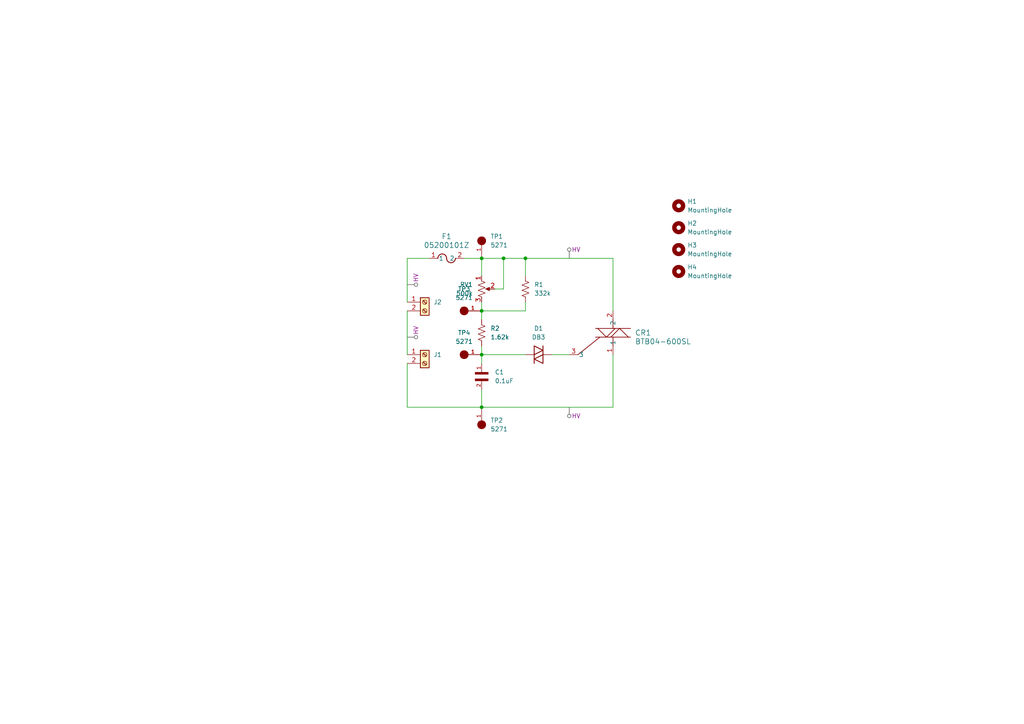
<source format=kicad_sch>
(kicad_sch (version 20250114) (generator "eeschema") (generator_version "9.0")
  (paper "A4")
  (title_block (title "TRIAC Dimmer") (rev "A"))
  (lib_symbols
    (symbol "05200101Z:05200101Z" (pin_names (offset 0.254))
      (property "Reference" "F" (at 5.08 3.175 0))
      (property "Value" "05200101Z" (at 5.08 -3.175 0))
      (symbol "05200101Z_1_1"
        (arc (start 2.54 0) (mid 3.81 1.2645) (end 5.08 0) (stroke (width 0.254)))
        (arc (start 7.62 0) (mid 6.35 -1.2645) (end 5.08 0) (stroke (width 0.254)))
        (pin unspecified line (at 0 0 0) (length 2.54) (name "1") (number "1"))
        (pin unspecified line (at 10.16 0 180) (length 2.54) (name "2") (number "2"))
      )
      (symbol "05200101Z_1_2"
        (arc (start 0 7.62) (mid 1.2645 6.35) (end 0 5.08) (stroke (width 0.254)))
        (arc (start 0 2.54) (mid -1.2645 3.81) (end 0 5.08) (stroke (width 0.254)))
        (pin unspecified line (at 0 10.16 270) (length 2.54) (name "2") (number "2"))
        (pin unspecified line (at 0 0 90) (length 2.54) (name "1") (number "1"))
      )
    )
    (symbol "5271:5271" (pin_names (offset 1.016))
      (property "Reference" "TP" (at -2.5444 2.5415 0))
      (property "Value" "5271" (at -2.55 -5.0866 0))
      (symbol "5271_0_0"
        (circle (center 0 0) (radius 0.635) (stroke (width 1.27)))
        (pin passive line (at -5.08 0 0) (length 5.08) (name "~") (number "1"))
      )
    )
    (symbol "B32672L6104K000:B32672L6104K000" (pin_names (offset 1.016))
      (property "Reference" "C" (at 0 3.8109 0))
      (property "Value" "B32672L6104K000" (at 0 -5.0885 0))
      (symbol "B32672L6104K000_0_0"
        (rectangle (start 0 -1.9069) (end 0.635 1.905) (stroke (width 0.1)) (fill (type outline)))
        (rectangle (start 1.9069 -1.9069) (end 2.54 1.905) (stroke (width 0.1)) (fill (type outline)))
        (pin passive line (at -2.54 0 0) (length 2.54) (name "~") (number "1"))
        (pin passive line (at 5.08 0 180) (length 2.54) (name "~") (number "2"))
      )
    )
    (symbol "BTB04-600SL:BTB04-600SL" (pin_names (offset 0.254))
      (property "Reference" "CR" (at 6.985 8.255 0))
      (property "Value" "BTB04-600SL" (at 6.985 4.445 0))
      (symbol "BTB04-600SL_0_1"
        (polyline (pts (xy -10.16 0) (xy -3.81 5.08)) (stroke (width 0.2032)))
        (polyline (pts (xy -5.08 7.62) (xy 0 7.62)) (stroke (width 0.2032)))
        (polyline (pts (xy -5.08 5.08) (xy 0 5.08)) (stroke (width 0.2032)))
        (polyline (pts (xy -4.445 7.62) (xy -1.905 5.08)) (stroke (width 0.2032)))
        (polyline (pts (xy -0.635 5.08) (xy 1.905 7.62)) (stroke (width 0.2032)))
        (polyline (pts (xy 0 10.16) (xy 0 7.62)) (stroke (width 0.2032)))
        (polyline (pts (xy 0 7.62) (xy 5.08 7.62)) (stroke (width 0.2032)))
        (polyline (pts (xy 0 5.08) (xy 5.08 5.08)) (stroke (width 0.2032)))
        (polyline (pts (xy 0 2.54) (xy 0 5.08)) (stroke (width 0.2032)))
        (polyline (pts (xy 0.635 7.62) (xy -1.905 5.08)) (stroke (width 0.2032)))
        (polyline (pts (xy 4.445 5.08) (xy 1.905 7.62)) (stroke (width 0.2032)))
        (pin unspecified line (at -12.7 0 0) (length 2.54) (name "3") (number "3"))
        (pin unspecified line (at 0 12.7 270) (length 2.54) (name "2") (number "2"))
        (pin unspecified line (at 0 0 90) (length 2.54) (name "1") (number "1"))
      )
    )
    (symbol "Connector:Screw_Terminal_01x02" (pin_names (offset 1.016) (hide yes))
      (property "Reference" "J" (at 0 2.54 0))
      (property "Value" "Screw_Terminal_01x02" (at 0 -5.08 0))
      (symbol "Screw_Terminal_01x02_1_1"
        (rectangle (start -1.27 1.27) (end 1.27 -3.81) (stroke (width 0.254)) (fill (type background)))
        (polyline (pts (xy -0.5334 0.3302) (xy 0.3302 -0.508)) (stroke (width 0.1524)))
        (polyline (pts (xy -0.5334 -2.2098) (xy 0.3302 -3.048)) (stroke (width 0.1524)))
        (polyline (pts (xy -0.3556 0.508) (xy 0.508 -0.3302)) (stroke (width 0.1524)))
        (polyline (pts (xy -0.3556 -2.032) (xy 0.508 -2.8702)) (stroke (width 0.1524)))
        (circle (center 0 0) (radius 0.635) (stroke (width 0.1524)))
        (circle (center 0 -2.54) (radius 0.635) (stroke (width 0.1524)))
        (pin passive line (at -5.08 0 0) (length 3.81) (name "Pin_1") (number "1"))
        (pin passive line (at -5.08 -2.54 0) (length 3.81) (name "Pin_2") (number "2"))
      )
    )
    (symbol "Device:R_Potentiometer_US" (pin_names (offset 1.016) (hide yes))
      (property "Reference" "RV" (at -4.445 0 90))
      (property "Value" "R_Potentiometer_US" (at -2.54 0 90))
      (symbol "R_Potentiometer_US_0_1"
        (polyline (pts (xy 0 2.54) (xy 0 2.286)))
        (polyline (pts (xy 0 2.286) (xy 1.016 1.905) (xy 0 1.524) (xy -1.016 1.143) (xy 0 0.762)))
        (polyline (pts (xy 0 0.762) (xy 1.016 0.381) (xy 0 0) (xy -1.016 -0.381) (xy 0 -0.762)))
        (polyline (pts (xy 0 -0.762) (xy 1.016 -1.143) (xy 0 -1.524) (xy -1.016 -1.905) (xy 0 -2.286)))
        (polyline (pts (xy 0 -2.286) (xy 0 -2.54)))
        (polyline (pts (xy 1.143 0) (xy 2.286 0.508) (xy 2.286 -0.508) (xy 1.143 0)) (fill (type outline)))
        (polyline (pts (xy 2.54 0) (xy 1.524 0)))
      )
      (symbol "R_Potentiometer_US_1_1"
        (pin passive line (at 0 3.81 270) (length 1.27) (name "1") (number "1"))
        (pin passive line (at 0 -3.81 90) (length 1.27) (name "3") (number "3"))
        (pin passive line (at 3.81 0 180) (length 1.27) (name "2") (number "2"))
      )
    )
    (symbol "Device:R_US" (pin_numbers (hide yes)) (pin_names (offset 0))
      (property "Reference" "R" (at 2.54 0 90))
      (property "Value" "R_US" (at -2.54 0 90))
      (symbol "R_US_0_1"
        (polyline (pts (xy 0 2.286) (xy 0 2.54)))
        (polyline (pts (xy 0 2.286) (xy 1.016 1.905) (xy 0 1.524) (xy -1.016 1.143) (xy 0 0.762)))
        (polyline (pts (xy 0 0.762) (xy 1.016 0.381) (xy 0 0) (xy -1.016 -0.381) (xy 0 -0.762)))
        (polyline (pts (xy 0 -0.762) (xy 1.016 -1.143) (xy 0 -1.524) (xy -1.016 -1.905) (xy 0 -2.286)))
        (polyline (pts (xy 0 -2.286) (xy 0 -2.54)))
      )
      (symbol "R_US_1_1"
        (pin passive line (at 0 3.81 270) (length 1.27) (name "~") (number "1"))
        (pin passive line (at 0 -3.81 90) (length 1.27) (name "~") (number "2"))
      )
    )
    (symbol "Diode:DB3" (pin_numbers (hide yes)) (pin_names (offset 1.016) (hide yes))
      (property "Reference" "D" (at 0 3.81 0))
      (property "Value" "DB3" (at 0 -3.81 0))
      (symbol "DB3_0_1"
        (polyline (pts (xy -1.27 2.54) (xy -1.27 0) (xy 1.27 1.27) (xy -1.27 2.54)) (stroke (width 0.254)))
        (polyline (pts (xy -1.27 0) (xy -1.27 -2.54)) (stroke (width 0.254)))
        (polyline (pts (xy 1.27 2.54) (xy 1.27 0)) (stroke (width 0.254)))
        (polyline (pts (xy 1.27 0) (xy 1.27 -2.54) (xy -1.27 -1.27) (xy 1.27 0)) (stroke (width 0.254)))
      )
      (symbol "DB3_1_1"
        (pin passive line (at -3.81 0 0) (length 2.54) (name "K") (number "1"))
        (pin passive line (at 3.81 0 180) (length 2.54) (name "A") (number "2"))
      )
    )
    (symbol "Mechanical:MountingHole" (pin_names (offset 1.016)) (in_bom no)
      (property "Reference" "H" (at 0 5.08 0))
      (property "Value" "MountingHole" (at 0 3.175 0))
      (symbol "MountingHole_0_1"
        (circle (center 0 0) (radius 1.27) (stroke (width 1.27)))
      )
    )
  )
  (junction (at 139.7 74.93))
  (junction (at 139.7 102.87))
  (junction (at 152.4 74.93))
  (junction (at 139.7 118.11))
  (junction (at 146.05 74.93))
  (junction (at 139.7 90.17))
  (wire (pts (xy 139.7 113.03) (xy 139.7 118.11)))
  (wire (pts (xy 143.51 83.82) (xy 146.05 83.82)))
  (wire (pts (xy 139.7 100.33) (xy 139.7 102.87)))
  (wire (pts (xy 152.4 74.93) (xy 177.8 74.93)))
  (wire (pts (xy 139.7 90.17) (xy 139.7 92.71)))
  (wire (pts (xy 139.7 102.87) (xy 139.7 105.41)))
  (wire (pts (xy 139.7 102.87) (xy 152.4 102.87)))
  (wire (pts (xy 177.8 74.93) (xy 177.8 90.17)))
  (wire (pts (xy 139.7 74.93) (xy 146.05 74.93)))
  (wire (pts (xy 118.11 118.11) (xy 118.11 105.41)))
  (wire (pts (xy 160.02 102.87) (xy 165.1 102.87)))
  (wire (pts (xy 146.05 83.82) (xy 146.05 74.93)))
  (wire (pts (xy 139.7 74.93) (xy 139.7 80.01)))
  (wire (pts (xy 152.4 90.17) (xy 139.7 90.17)))
  (wire (pts (xy 139.7 87.63) (xy 139.7 90.17)))
  (wire (pts (xy 177.8 102.87) (xy 177.8 118.11)))
  (wire (pts (xy 146.05 74.93) (xy 152.4 74.93)))
  (wire (pts (xy 134.62 74.93) (xy 139.7 74.93)))
  (wire (pts (xy 118.11 90.17) (xy 118.11 102.87)))
  (wire (pts (xy 152.4 87.63) (xy 152.4 90.17)))
  (wire (pts (xy 118.11 74.93) (xy 118.11 87.63)))
  (wire (pts (xy 139.7 118.11) (xy 177.8 118.11)))
  (wire (pts (xy 152.4 74.93) (xy 152.4 80.01)))
  (wire (pts (xy 118.11 118.11) (xy 139.7 118.11)))
  (wire (pts (xy 118.11 74.93) (xy 124.46 74.93)))
  (netclass_flag "" (length 2.54) (shape round) (at 165.1 118.11 180) (property "Netclass" "HV" (at 165.7985 120.65 0) (effects (justify left))))
  (netclass_flag "" (length 2.54) (shape round) (at 118.11 82.55 270) (property "Netclass" "HV" (at 120.65 81.8515 90) (effects (justify left))))
  (netclass_flag "" (length 2.54) (shape round) (at 165.1 74.93 0) (property "Netclass" "HV" (at 165.7985 72.39 0) (effects (justify left))))
  (netclass_flag "" (length 2.54) (shape round) (at 118.11 97.79 270) (property "Netclass" "HV" (at 120.65 97.0915 90) (effects (justify left))))
  (symbol (lib_id "Device:R_US") (at 139.7 96.52 0) (unit 1)
    (property "Reference" "R2" (at 142.24 95.2499 0) (effects (justify left)))
    (property "Value" "1.62k" (at 142.24 97.7899 0) (effects (justify left)))
    (property "Footprint" "Resistor_THT:R_Axial_DIN0207_L6.3mm_D2.5mm_P7.62mm_Horizontal" (effects (hide yes)))
    (property "Description" "Resistor, US symbol" (effects (hide yes)))
  )
  (symbol (lib_id "Connector:Screw_Terminal_01x02") (at 123.19 102.87 0) (unit 1)
    (property "Reference" "J1" (at 125.73 102.8699 0) (effects (justify left)))
    (property "Value" "Screw_Terminal_01x02" (effects (hide yes)))
    (property "Footprint" "TerminalBlock_Phoenix:TerminalBlock_Phoenix_MKDS-1,5-2-5.08_1x02_P5.08mm_Horizontal" (effects (hide yes)))
    (property "Description" "Generic screw terminal, single row, 01x02, script generated (kicad-library-utils/schlib/autogen/connector/)" (effects (hide yes)))
  )
  (symbol (lib_id "Mechanical:MountingHole") (at 196.85 72.39 0) (unit 1) (in_bom no)
    (property "Reference" "H3" (at 199.39 71.1199 0) (effects (justify left)))
    (property "Value" "MountingHole" (at 199.39 73.6599 0) (effects (justify left)))
    (property "Footprint" "MountingHole:MountingHole_3.2mm_M3" (effects (hide yes)))
    (property "Description" "Mounting Hole without connection" (effects (hide yes)))
  )
  (symbol (lib_id "Diode:DB3") (at 156.21 102.87 0) (unit 1)
    (property "Reference" "D1" (at 156.21 95.25 0))
    (property "Value" "DB3" (at 156.21 97.79 0))
    (property "Footprint" "Diode_THT:D_DO-35_SOD27_P7.62mm_Horizontal" (effects (hide yes)))
    (property "Datasheet" "http://cdn-reichelt.de/documents/datenblatt/A100/DB%203%23st.pdf" (effects (hide yes)))
    (property "Description" "32V 2A Bidirectional trigger diode, DO-35" (effects (hide yes)))
  )
  (symbol (lib_id "5271:5271") (at 134.62 90.17 180) (unit 1)
    (property "Reference" "TP3" (at 134.62 83.82 0))
    (property "Value" "5271" (at 134.62 86.36 0))
    (property "Footprint" "KEYSTONE_5271:KEYSTONE_5271" (effects (hide yes)))
    (property "STANDARD" "Manufacturer Recommendations" (effects (hide yes)))
    (property "SNAPEDA_PN" "5270" (effects (hide yes)))
    (property "MAXIMUM_PACKAGE_HEIGHT" "5.59mm" (effects (hide yes)))
    (property "MANUFACTURER" "Keystone" (effects (hide yes)))
  )
  (symbol (lib_id "Device:R_US") (at 152.4 83.82 0) (unit 1)
    (property "Reference" "R1" (at 154.94 82.5499 0) (effects (justify left)))
    (property "Value" "332k" (at 154.94 85.0899 0) (effects (justify left)))
    (property "Footprint" "Resistor_THT:R_Axial_DIN0207_L6.3mm_D2.5mm_P7.62mm_Horizontal" (effects (hide yes)))
    (property "Description" "Resistor, US symbol" (effects (hide yes)))
  )
  (symbol (lib_id "B32672L6104K000:B32672L6104K000") (at 139.7 107.95 270) (unit 1)
    (property "Reference" "C1" (at 143.51 107.9499 90) (effects (justify left)))
    (property "Value" "0.1uF" (at 143.51 110.4899 90) (effects (justify left)))
    (property "Footprint" "CAPRR1500W80L1800T700H1250:CAPRR1500W80L1800T700H1250" (effects (hide yes)))
    (property "PARTREV" "2020-06" (effects (hide yes)))
    (property "MANUFACTURER" "TDK" (effects (hide yes)))
    (property "MAXIMUM_PACKAGE_HEIGHT" "0.0 mm" (effects (hide yes)))
    (property "STANDARD" "IPC-7351B" (effects (hide yes)))
  )
  (symbol (lib_id "05200101Z:05200101Z") (at 124.46 74.93 0) (unit 1)
    (property "Reference" "F1" (at 129.54 68.58 0) (effects (font (size 1.524 1.524))))
    (property "Value" "05200101Z" (at 129.54 71.12 0) (effects (font (size 1.524 1.524))))
    (property "Footprint" "FUSE_05200101Z_LTF:FUSE_05200101Z_LTF" (effects (hide yes)))
    (property "Datasheet" "05200101Z" (effects (hide yes)))
  )
  (symbol (lib_id "Mechanical:MountingHole") (at 196.85 59.69 0) (unit 1) (in_bom no)
    (property "Reference" "H1" (at 199.39 58.4199 0) (effects (justify left)))
    (property "Value" "MountingHole" (at 199.39 60.9599 0) (effects (justify left)))
    (property "Footprint" "MountingHole:MountingHole_3.2mm_M3" (effects (hide yes)))
    (property "Description" "Mounting Hole without connection" (effects (hide yes)))
  )
  (symbol (lib_id "5271:5271") (at 134.62 102.87 180) (unit 1)
    (property "Reference" "TP4" (at 134.62 96.52 0))
    (property "Value" "5271" (at 134.62 99.06 0))
    (property "Footprint" "KEYSTONE_5271:KEYSTONE_5271" (effects (hide yes)))
    (property "STANDARD" "Manufacturer Recommendations" (effects (hide yes)))
    (property "SNAPEDA_PN" "5270" (effects (hide yes)))
    (property "MAXIMUM_PACKAGE_HEIGHT" "5.59mm" (effects (hide yes)))
    (property "MANUFACTURER" "Keystone" (effects (hide yes)))
  )
  (symbol (lib_id "BTB04-600SL:BTB04-600SL") (at 177.8 102.87 0) (unit 1)
    (property "Reference" "CR1" (at 184.15 96.5199 0) (effects (font (size 1.524 1.524)) (justify left)))
    (property "Value" "BTB04-600SL" (at 184.15 99.0599 0) (effects (font (size 1.524 1.524)) (justify left)))
    (property "Footprint" "TO-220AB_STM:TO-220AB_STM" (effects (hide yes)))
    (property "Datasheet" "https://www.st.com/resource/en/datasheet/btb04-600sl.pdf" (effects (hide yes)))
  )
  (symbol (lib_id "Device:R_Potentiometer_US") (at 139.7 83.82 0) (unit 1)
    (property "Reference" "RV1" (at 137.16 82.5499 0) (effects (justify right)))
    (property "Value" "500k" (at 137.16 85.0899 0) (effects (justify right)))
    (property "Footprint" "Potentiometer_THT:Potentiometer_Bourns_PTV09A-2_Single_Horizontal" (effects (hide yes)))
    (property "Description" "Potentiometer, US symbol" (effects (hide yes)))
  )
  (symbol (lib_id "Connector:Screw_Terminal_01x02") (at 123.19 87.63 0) (unit 1)
    (property "Reference" "J2" (at 125.73 87.6299 0) (effects (justify left)))
    (property "Value" "Screw_Terminal_01x02" (effects (hide yes)))
    (property "Footprint" "TerminalBlock_Phoenix:TerminalBlock_Phoenix_MKDS-1,5-2-5.08_1x02_P5.08mm_Horizontal" (effects (hide yes)))
    (property "Description" "Generic screw terminal, single row, 01x02, script generated (kicad-library-utils/schlib/autogen/connector/)" (effects (hide yes)))
  )
  (symbol (lib_id "Mechanical:MountingHole") (at 196.85 66.04 0) (unit 1) (in_bom no)
    (property "Reference" "H2" (at 199.39 64.7699 0) (effects (justify left)))
    (property "Value" "MountingHole" (at 199.39 67.3099 0) (effects (justify left)))
    (property "Footprint" "MountingHole:MountingHole_3.2mm_M3" (effects (hide yes)))
    (property "Description" "Mounting Hole without connection" (effects (hide yes)))
  )
  (symbol (lib_id "5271:5271") (at 139.7 123.19 270) (unit 1)
    (property "Reference" "TP2" (at 142.24 121.9199 90) (effects (justify left)))
    (property "Value" "5271" (at 142.24 124.4599 90) (effects (justify left)))
    (property "Footprint" "KEYSTONE_5271:KEYSTONE_5271" (effects (hide yes)))
    (property "STANDARD" "Manufacturer Recommendations" (effects (hide yes)))
    (property "SNAPEDA_PN" "5270" (effects (hide yes)))
    (property "MAXIMUM_PACKAGE_HEIGHT" "5.59mm" (effects (hide yes)))
    (property "MANUFACTURER" "Keystone" (effects (hide yes)))
  )
  (symbol (lib_id "5271:5271") (at 139.7 69.85 90) (unit 1)
    (property "Reference" "TP1" (at 142.24 68.5799 90) (effects (justify right)))
    (property "Value" "5271" (at 142.24 71.1199 90) (effects (justify right)))
    (property "Footprint" "KEYSTONE_5271:KEYSTONE_5271" (effects (hide yes)))
    (property "STANDARD" "Manufacturer Recommendations" (effects (hide yes)))
    (property "SNAPEDA_PN" "5270" (effects (hide yes)))
    (property "MAXIMUM_PACKAGE_HEIGHT" "5.59mm" (effects (hide yes)))
    (property "MANUFACTURER" "Keystone" (effects (hide yes)))
  )
  (symbol (lib_id "Mechanical:MountingHole") (at 196.85 78.74 0) (unit 1) (in_bom no)
    (property "Reference" "H4" (at 199.39 77.4699 0) (effects (justify left)))
    (property "Value" "MountingHole" (at 199.39 80.0099 0) (effects (justify left)))
    (property "Footprint" "MountingHole:MountingHole_3.2mm_M3" (effects (hide yes)))
    (property "Description" "Mounting Hole without connection" (effects (hide yes)))
  )
)
</source>
